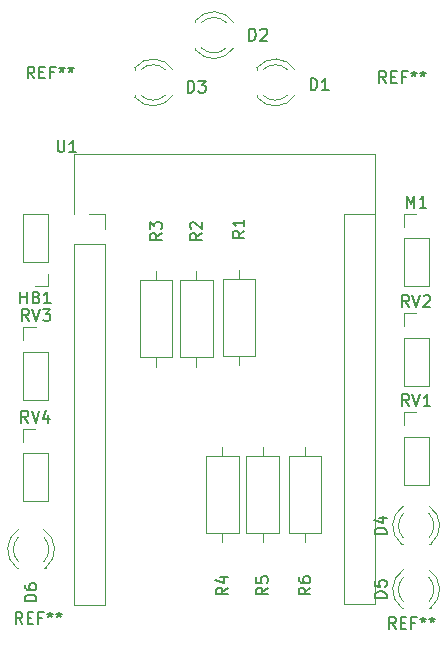
<source format=gbr>
%TF.GenerationSoftware,KiCad,Pcbnew,6.0.9-8da3e8f707~116~ubuntu20.04.1*%
%TF.CreationDate,2022-11-02T01:09:37+01:00*%
%TF.ProjectId,eleonora amianto 28bps,656c656f-6e6f-4726-9120-616d69616e74,rev?*%
%TF.SameCoordinates,Original*%
%TF.FileFunction,Legend,Top*%
%TF.FilePolarity,Positive*%
%FSLAX46Y46*%
G04 Gerber Fmt 4.6, Leading zero omitted, Abs format (unit mm)*
G04 Created by KiCad (PCBNEW 6.0.9-8da3e8f707~116~ubuntu20.04.1) date 2022-11-02 01:09:37*
%MOMM*%
%LPD*%
G01*
G04 APERTURE LIST*
%ADD10C,0.150000*%
%ADD11C,0.120000*%
G04 APERTURE END LIST*
D10*
%TO.C,D2*%
X107861904Y-84652380D02*
X107861904Y-83652380D01*
X108100000Y-83652380D01*
X108242857Y-83700000D01*
X108338095Y-83795238D01*
X108385714Y-83890476D01*
X108433333Y-84080952D01*
X108433333Y-84223809D01*
X108385714Y-84414285D01*
X108338095Y-84509523D01*
X108242857Y-84604761D01*
X108100000Y-84652380D01*
X107861904Y-84652380D01*
X108814285Y-83747619D02*
X108861904Y-83700000D01*
X108957142Y-83652380D01*
X109195238Y-83652380D01*
X109290476Y-83700000D01*
X109338095Y-83747619D01*
X109385714Y-83842857D01*
X109385714Y-83938095D01*
X109338095Y-84080952D01*
X108766666Y-84652380D01*
X109385714Y-84652380D01*
%TO.C,D3*%
X102661904Y-89052380D02*
X102661904Y-88052380D01*
X102900000Y-88052380D01*
X103042857Y-88100000D01*
X103138095Y-88195238D01*
X103185714Y-88290476D01*
X103233333Y-88480952D01*
X103233333Y-88623809D01*
X103185714Y-88814285D01*
X103138095Y-88909523D01*
X103042857Y-89004761D01*
X102900000Y-89052380D01*
X102661904Y-89052380D01*
X103566666Y-88052380D02*
X104185714Y-88052380D01*
X103852380Y-88433333D01*
X103995238Y-88433333D01*
X104090476Y-88480952D01*
X104138095Y-88528571D01*
X104185714Y-88623809D01*
X104185714Y-88861904D01*
X104138095Y-88957142D01*
X104090476Y-89004761D01*
X103995238Y-89052380D01*
X103709523Y-89052380D01*
X103614285Y-89004761D01*
X103566666Y-88957142D01*
%TO.C,D1*%
X113061904Y-88852380D02*
X113061904Y-87852380D01*
X113300000Y-87852380D01*
X113442857Y-87900000D01*
X113538095Y-87995238D01*
X113585714Y-88090476D01*
X113633333Y-88280952D01*
X113633333Y-88423809D01*
X113585714Y-88614285D01*
X113538095Y-88709523D01*
X113442857Y-88804761D01*
X113300000Y-88852380D01*
X113061904Y-88852380D01*
X114585714Y-88852380D02*
X114014285Y-88852380D01*
X114300000Y-88852380D02*
X114300000Y-87852380D01*
X114204761Y-87995238D01*
X114109523Y-88090476D01*
X114014285Y-88138095D01*
%TO.C,R1*%
X107452380Y-100766666D02*
X106976190Y-101100000D01*
X107452380Y-101338095D02*
X106452380Y-101338095D01*
X106452380Y-100957142D01*
X106500000Y-100861904D01*
X106547619Y-100814285D01*
X106642857Y-100766666D01*
X106785714Y-100766666D01*
X106880952Y-100814285D01*
X106928571Y-100861904D01*
X106976190Y-100957142D01*
X106976190Y-101338095D01*
X107452380Y-99814285D02*
X107452380Y-100385714D01*
X107452380Y-100100000D02*
X106452380Y-100100000D01*
X106595238Y-100195238D01*
X106690476Y-100290476D01*
X106738095Y-100385714D01*
%TO.C,R3*%
X100452380Y-100966666D02*
X99976190Y-101300000D01*
X100452380Y-101538095D02*
X99452380Y-101538095D01*
X99452380Y-101157142D01*
X99500000Y-101061904D01*
X99547619Y-101014285D01*
X99642857Y-100966666D01*
X99785714Y-100966666D01*
X99880952Y-101014285D01*
X99928571Y-101061904D01*
X99976190Y-101157142D01*
X99976190Y-101538095D01*
X99452380Y-100633333D02*
X99452380Y-100014285D01*
X99833333Y-100347619D01*
X99833333Y-100204761D01*
X99880952Y-100109523D01*
X99928571Y-100061904D01*
X100023809Y-100014285D01*
X100261904Y-100014285D01*
X100357142Y-100061904D01*
X100404761Y-100109523D01*
X100452380Y-100204761D01*
X100452380Y-100490476D01*
X100404761Y-100585714D01*
X100357142Y-100633333D01*
%TO.C,R4*%
X106052380Y-130966666D02*
X105576190Y-131300000D01*
X106052380Y-131538095D02*
X105052380Y-131538095D01*
X105052380Y-131157142D01*
X105100000Y-131061904D01*
X105147619Y-131014285D01*
X105242857Y-130966666D01*
X105385714Y-130966666D01*
X105480952Y-131014285D01*
X105528571Y-131061904D01*
X105576190Y-131157142D01*
X105576190Y-131538095D01*
X105385714Y-130109523D02*
X106052380Y-130109523D01*
X105004761Y-130347619D02*
X105719047Y-130585714D01*
X105719047Y-129966666D01*
%TO.C,R5*%
X109452380Y-130966666D02*
X108976190Y-131300000D01*
X109452380Y-131538095D02*
X108452380Y-131538095D01*
X108452380Y-131157142D01*
X108500000Y-131061904D01*
X108547619Y-131014285D01*
X108642857Y-130966666D01*
X108785714Y-130966666D01*
X108880952Y-131014285D01*
X108928571Y-131061904D01*
X108976190Y-131157142D01*
X108976190Y-131538095D01*
X108452380Y-130061904D02*
X108452380Y-130538095D01*
X108928571Y-130585714D01*
X108880952Y-130538095D01*
X108833333Y-130442857D01*
X108833333Y-130204761D01*
X108880952Y-130109523D01*
X108928571Y-130061904D01*
X109023809Y-130014285D01*
X109261904Y-130014285D01*
X109357142Y-130061904D01*
X109404761Y-130109523D01*
X109452380Y-130204761D01*
X109452380Y-130442857D01*
X109404761Y-130538095D01*
X109357142Y-130585714D01*
%TO.C,R6*%
X113052380Y-130966666D02*
X112576190Y-131300000D01*
X113052380Y-131538095D02*
X112052380Y-131538095D01*
X112052380Y-131157142D01*
X112100000Y-131061904D01*
X112147619Y-131014285D01*
X112242857Y-130966666D01*
X112385714Y-130966666D01*
X112480952Y-131014285D01*
X112528571Y-131061904D01*
X112576190Y-131157142D01*
X112576190Y-131538095D01*
X112052380Y-130109523D02*
X112052380Y-130300000D01*
X112100000Y-130395238D01*
X112147619Y-130442857D01*
X112290476Y-130538095D01*
X112480952Y-130585714D01*
X112861904Y-130585714D01*
X112957142Y-130538095D01*
X113004761Y-130490476D01*
X113052380Y-130395238D01*
X113052380Y-130204761D01*
X113004761Y-130109523D01*
X112957142Y-130061904D01*
X112861904Y-130014285D01*
X112623809Y-130014285D01*
X112528571Y-130061904D01*
X112480952Y-130109523D01*
X112433333Y-130204761D01*
X112433333Y-130395238D01*
X112480952Y-130490476D01*
X112528571Y-130538095D01*
X112623809Y-130585714D01*
%TO.C,R2*%
X103852380Y-100966666D02*
X103376190Y-101300000D01*
X103852380Y-101538095D02*
X102852380Y-101538095D01*
X102852380Y-101157142D01*
X102900000Y-101061904D01*
X102947619Y-101014285D01*
X103042857Y-100966666D01*
X103185714Y-100966666D01*
X103280952Y-101014285D01*
X103328571Y-101061904D01*
X103376190Y-101157142D01*
X103376190Y-101538095D01*
X102947619Y-100585714D02*
X102900000Y-100538095D01*
X102852380Y-100442857D01*
X102852380Y-100204761D01*
X102900000Y-100109523D01*
X102947619Y-100061904D01*
X103042857Y-100014285D01*
X103138095Y-100014285D01*
X103280952Y-100061904D01*
X103852380Y-100633333D01*
X103852380Y-100014285D01*
%TO.C,D5*%
X119492380Y-131868095D02*
X118492380Y-131868095D01*
X118492380Y-131630000D01*
X118540000Y-131487142D01*
X118635238Y-131391904D01*
X118730476Y-131344285D01*
X118920952Y-131296666D01*
X119063809Y-131296666D01*
X119254285Y-131344285D01*
X119349523Y-131391904D01*
X119444761Y-131487142D01*
X119492380Y-131630000D01*
X119492380Y-131868095D01*
X118492380Y-130391904D02*
X118492380Y-130868095D01*
X118968571Y-130915714D01*
X118920952Y-130868095D01*
X118873333Y-130772857D01*
X118873333Y-130534761D01*
X118920952Y-130439523D01*
X118968571Y-130391904D01*
X119063809Y-130344285D01*
X119301904Y-130344285D01*
X119397142Y-130391904D01*
X119444761Y-130439523D01*
X119492380Y-130534761D01*
X119492380Y-130772857D01*
X119444761Y-130868095D01*
X119397142Y-130915714D01*
%TO.C,D6*%
X89852380Y-132138095D02*
X88852380Y-132138095D01*
X88852380Y-131900000D01*
X88900000Y-131757142D01*
X88995238Y-131661904D01*
X89090476Y-131614285D01*
X89280952Y-131566666D01*
X89423809Y-131566666D01*
X89614285Y-131614285D01*
X89709523Y-131661904D01*
X89804761Y-131757142D01*
X89852380Y-131900000D01*
X89852380Y-132138095D01*
X88852380Y-130709523D02*
X88852380Y-130900000D01*
X88900000Y-130995238D01*
X88947619Y-131042857D01*
X89090476Y-131138095D01*
X89280952Y-131185714D01*
X89661904Y-131185714D01*
X89757142Y-131138095D01*
X89804761Y-131090476D01*
X89852380Y-130995238D01*
X89852380Y-130804761D01*
X89804761Y-130709523D01*
X89757142Y-130661904D01*
X89661904Y-130614285D01*
X89423809Y-130614285D01*
X89328571Y-130661904D01*
X89280952Y-130709523D01*
X89233333Y-130804761D01*
X89233333Y-130995238D01*
X89280952Y-131090476D01*
X89328571Y-131138095D01*
X89423809Y-131185714D01*
%TO.C,REF\u002A\u002A*%
X88666666Y-134052380D02*
X88333333Y-133576190D01*
X88095238Y-134052380D02*
X88095238Y-133052380D01*
X88476190Y-133052380D01*
X88571428Y-133100000D01*
X88619047Y-133147619D01*
X88666666Y-133242857D01*
X88666666Y-133385714D01*
X88619047Y-133480952D01*
X88571428Y-133528571D01*
X88476190Y-133576190D01*
X88095238Y-133576190D01*
X89095238Y-133528571D02*
X89428571Y-133528571D01*
X89571428Y-134052380D02*
X89095238Y-134052380D01*
X89095238Y-133052380D01*
X89571428Y-133052380D01*
X90333333Y-133528571D02*
X90000000Y-133528571D01*
X90000000Y-134052380D02*
X90000000Y-133052380D01*
X90476190Y-133052380D01*
X91000000Y-133052380D02*
X91000000Y-133290476D01*
X90761904Y-133195238D02*
X91000000Y-133290476D01*
X91238095Y-133195238D01*
X90857142Y-133480952D02*
X91000000Y-133290476D01*
X91142857Y-133480952D01*
X91761904Y-133052380D02*
X91761904Y-133290476D01*
X91523809Y-133195238D02*
X91761904Y-133290476D01*
X92000000Y-133195238D01*
X91619047Y-133480952D02*
X91761904Y-133290476D01*
X91904761Y-133480952D01*
%TO.C,RV4*%
X89154761Y-116992380D02*
X88821428Y-116516190D01*
X88583333Y-116992380D02*
X88583333Y-115992380D01*
X88964285Y-115992380D01*
X89059523Y-116040000D01*
X89107142Y-116087619D01*
X89154761Y-116182857D01*
X89154761Y-116325714D01*
X89107142Y-116420952D01*
X89059523Y-116468571D01*
X88964285Y-116516190D01*
X88583333Y-116516190D01*
X89440476Y-115992380D02*
X89773809Y-116992380D01*
X90107142Y-115992380D01*
X90869047Y-116325714D02*
X90869047Y-116992380D01*
X90630952Y-115944761D02*
X90392857Y-116659047D01*
X91011904Y-116659047D01*
%TO.C,M1*%
X121190476Y-98792380D02*
X121190476Y-97792380D01*
X121523809Y-98506666D01*
X121857142Y-97792380D01*
X121857142Y-98792380D01*
X122857142Y-98792380D02*
X122285714Y-98792380D01*
X122571428Y-98792380D02*
X122571428Y-97792380D01*
X122476190Y-97935238D01*
X122380952Y-98030476D01*
X122285714Y-98078095D01*
%TO.C,RV1*%
X121404761Y-115592380D02*
X121071428Y-115116190D01*
X120833333Y-115592380D02*
X120833333Y-114592380D01*
X121214285Y-114592380D01*
X121309523Y-114640000D01*
X121357142Y-114687619D01*
X121404761Y-114782857D01*
X121404761Y-114925714D01*
X121357142Y-115020952D01*
X121309523Y-115068571D01*
X121214285Y-115116190D01*
X120833333Y-115116190D01*
X121690476Y-114592380D02*
X122023809Y-115592380D01*
X122357142Y-114592380D01*
X123214285Y-115592380D02*
X122642857Y-115592380D01*
X122928571Y-115592380D02*
X122928571Y-114592380D01*
X122833333Y-114735238D01*
X122738095Y-114830476D01*
X122642857Y-114878095D01*
%TO.C,HB1*%
X88488095Y-106912380D02*
X88488095Y-105912380D01*
X88488095Y-106388571D02*
X89059523Y-106388571D01*
X89059523Y-106912380D02*
X89059523Y-105912380D01*
X89869047Y-106388571D02*
X90011904Y-106436190D01*
X90059523Y-106483809D01*
X90107142Y-106579047D01*
X90107142Y-106721904D01*
X90059523Y-106817142D01*
X90011904Y-106864761D01*
X89916666Y-106912380D01*
X89535714Y-106912380D01*
X89535714Y-105912380D01*
X89869047Y-105912380D01*
X89964285Y-105960000D01*
X90011904Y-106007619D01*
X90059523Y-106102857D01*
X90059523Y-106198095D01*
X90011904Y-106293333D01*
X89964285Y-106340952D01*
X89869047Y-106388571D01*
X89535714Y-106388571D01*
X91059523Y-106912380D02*
X90488095Y-106912380D01*
X90773809Y-106912380D02*
X90773809Y-105912380D01*
X90678571Y-106055238D01*
X90583333Y-106150476D01*
X90488095Y-106198095D01*
%TO.C,REF\u002A\u002A*%
X120266666Y-134452380D02*
X119933333Y-133976190D01*
X119695238Y-134452380D02*
X119695238Y-133452380D01*
X120076190Y-133452380D01*
X120171428Y-133500000D01*
X120219047Y-133547619D01*
X120266666Y-133642857D01*
X120266666Y-133785714D01*
X120219047Y-133880952D01*
X120171428Y-133928571D01*
X120076190Y-133976190D01*
X119695238Y-133976190D01*
X120695238Y-133928571D02*
X121028571Y-133928571D01*
X121171428Y-134452380D02*
X120695238Y-134452380D01*
X120695238Y-133452380D01*
X121171428Y-133452380D01*
X121933333Y-133928571D02*
X121600000Y-133928571D01*
X121600000Y-134452380D02*
X121600000Y-133452380D01*
X122076190Y-133452380D01*
X122600000Y-133452380D02*
X122600000Y-133690476D01*
X122361904Y-133595238D02*
X122600000Y-133690476D01*
X122838095Y-133595238D01*
X122457142Y-133880952D02*
X122600000Y-133690476D01*
X122742857Y-133880952D01*
X123361904Y-133452380D02*
X123361904Y-133690476D01*
X123123809Y-133595238D02*
X123361904Y-133690476D01*
X123600000Y-133595238D01*
X123219047Y-133880952D02*
X123361904Y-133690476D01*
X123504761Y-133880952D01*
%TO.C,RV3*%
X89204761Y-108392380D02*
X88871428Y-107916190D01*
X88633333Y-108392380D02*
X88633333Y-107392380D01*
X89014285Y-107392380D01*
X89109523Y-107440000D01*
X89157142Y-107487619D01*
X89204761Y-107582857D01*
X89204761Y-107725714D01*
X89157142Y-107820952D01*
X89109523Y-107868571D01*
X89014285Y-107916190D01*
X88633333Y-107916190D01*
X89490476Y-107392380D02*
X89823809Y-108392380D01*
X90157142Y-107392380D01*
X90395238Y-107392380D02*
X91014285Y-107392380D01*
X90680952Y-107773333D01*
X90823809Y-107773333D01*
X90919047Y-107820952D01*
X90966666Y-107868571D01*
X91014285Y-107963809D01*
X91014285Y-108201904D01*
X90966666Y-108297142D01*
X90919047Y-108344761D01*
X90823809Y-108392380D01*
X90538095Y-108392380D01*
X90442857Y-108344761D01*
X90395238Y-108297142D01*
%TO.C,REF\u002A\u002A*%
X89666666Y-87852380D02*
X89333333Y-87376190D01*
X89095238Y-87852380D02*
X89095238Y-86852380D01*
X89476190Y-86852380D01*
X89571428Y-86900000D01*
X89619047Y-86947619D01*
X89666666Y-87042857D01*
X89666666Y-87185714D01*
X89619047Y-87280952D01*
X89571428Y-87328571D01*
X89476190Y-87376190D01*
X89095238Y-87376190D01*
X90095238Y-87328571D02*
X90428571Y-87328571D01*
X90571428Y-87852380D02*
X90095238Y-87852380D01*
X90095238Y-86852380D01*
X90571428Y-86852380D01*
X91333333Y-87328571D02*
X91000000Y-87328571D01*
X91000000Y-87852380D02*
X91000000Y-86852380D01*
X91476190Y-86852380D01*
X92000000Y-86852380D02*
X92000000Y-87090476D01*
X91761904Y-86995238D02*
X92000000Y-87090476D01*
X92238095Y-86995238D01*
X91857142Y-87280952D02*
X92000000Y-87090476D01*
X92142857Y-87280952D01*
X92761904Y-86852380D02*
X92761904Y-87090476D01*
X92523809Y-86995238D02*
X92761904Y-87090476D01*
X93000000Y-86995238D01*
X92619047Y-87280952D02*
X92761904Y-87090476D01*
X92904761Y-87280952D01*
%TO.C,U1*%
X91648095Y-93087380D02*
X91648095Y-93896904D01*
X91695714Y-93992142D01*
X91743333Y-94039761D01*
X91838571Y-94087380D01*
X92029047Y-94087380D01*
X92124285Y-94039761D01*
X92171904Y-93992142D01*
X92219523Y-93896904D01*
X92219523Y-93087380D01*
X93219523Y-94087380D02*
X92648095Y-94087380D01*
X92933809Y-94087380D02*
X92933809Y-93087380D01*
X92838571Y-93230238D01*
X92743333Y-93325476D01*
X92648095Y-93373095D01*
%TO.C,D4*%
X119492380Y-126468095D02*
X118492380Y-126468095D01*
X118492380Y-126230000D01*
X118540000Y-126087142D01*
X118635238Y-125991904D01*
X118730476Y-125944285D01*
X118920952Y-125896666D01*
X119063809Y-125896666D01*
X119254285Y-125944285D01*
X119349523Y-125991904D01*
X119444761Y-126087142D01*
X119492380Y-126230000D01*
X119492380Y-126468095D01*
X118825714Y-125039523D02*
X119492380Y-125039523D01*
X118444761Y-125277619D02*
X119159047Y-125515714D01*
X119159047Y-124896666D01*
%TO.C,RV2*%
X121404761Y-107192380D02*
X121071428Y-106716190D01*
X120833333Y-107192380D02*
X120833333Y-106192380D01*
X121214285Y-106192380D01*
X121309523Y-106240000D01*
X121357142Y-106287619D01*
X121404761Y-106382857D01*
X121404761Y-106525714D01*
X121357142Y-106620952D01*
X121309523Y-106668571D01*
X121214285Y-106716190D01*
X120833333Y-106716190D01*
X121690476Y-106192380D02*
X122023809Y-107192380D01*
X122357142Y-106192380D01*
X122642857Y-106287619D02*
X122690476Y-106240000D01*
X122785714Y-106192380D01*
X123023809Y-106192380D01*
X123119047Y-106240000D01*
X123166666Y-106287619D01*
X123214285Y-106382857D01*
X123214285Y-106478095D01*
X123166666Y-106620952D01*
X122595238Y-107192380D01*
X123214285Y-107192380D01*
%TO.C,REF\u002A\u002A*%
X119466666Y-88252380D02*
X119133333Y-87776190D01*
X118895238Y-88252380D02*
X118895238Y-87252380D01*
X119276190Y-87252380D01*
X119371428Y-87300000D01*
X119419047Y-87347619D01*
X119466666Y-87442857D01*
X119466666Y-87585714D01*
X119419047Y-87680952D01*
X119371428Y-87728571D01*
X119276190Y-87776190D01*
X118895238Y-87776190D01*
X119895238Y-87728571D02*
X120228571Y-87728571D01*
X120371428Y-88252380D02*
X119895238Y-88252380D01*
X119895238Y-87252380D01*
X120371428Y-87252380D01*
X121133333Y-87728571D02*
X120800000Y-87728571D01*
X120800000Y-88252380D02*
X120800000Y-87252380D01*
X121276190Y-87252380D01*
X121800000Y-87252380D02*
X121800000Y-87490476D01*
X121561904Y-87395238D02*
X121800000Y-87490476D01*
X122038095Y-87395238D01*
X121657142Y-87680952D02*
X121800000Y-87490476D01*
X121942857Y-87680952D01*
X122561904Y-87252380D02*
X122561904Y-87490476D01*
X122323809Y-87395238D02*
X122561904Y-87490476D01*
X122800000Y-87395238D01*
X122419047Y-87680952D02*
X122561904Y-87490476D01*
X122704761Y-87680952D01*
D11*
%TO.C,D2*%
X103310000Y-82964000D02*
X103310000Y-83120000D01*
X103310000Y-85280000D02*
X103310000Y-85436000D01*
X105911130Y-83120163D02*
G75*
G03*
X103829039Y-83120000I-1041130J-1079837D01*
G01*
X103310000Y-85435516D02*
G75*
G03*
X106542335Y-85278608I1560000J1235516D01*
G01*
X103829039Y-85280000D02*
G75*
G03*
X105911130Y-85279837I1040961J1080000D01*
G01*
X106542335Y-83121392D02*
G75*
G03*
X103310000Y-82964484I-1672335J-1078608D01*
G01*
%TO.C,D3*%
X98170000Y-86964000D02*
X98170000Y-87120000D01*
X98170000Y-89280000D02*
X98170000Y-89436000D01*
X100771130Y-87120163D02*
G75*
G03*
X98689039Y-87120000I-1041130J-1079837D01*
G01*
X98170000Y-89435516D02*
G75*
G03*
X101402335Y-89278608I1560000J1235516D01*
G01*
X98689039Y-89280000D02*
G75*
G03*
X100771130Y-89279837I1040961J1080000D01*
G01*
X101402335Y-87121392D02*
G75*
G03*
X98170000Y-86964484I-1672335J-1078608D01*
G01*
%TO.C,D1*%
X108510000Y-86964000D02*
X108510000Y-87120000D01*
X108510000Y-89280000D02*
X108510000Y-89436000D01*
X111111130Y-87120163D02*
G75*
G03*
X109029039Y-87120000I-1041130J-1079837D01*
G01*
X108510000Y-89435516D02*
G75*
G03*
X111742335Y-89278608I1560000J1235516D01*
G01*
X109029039Y-89280000D02*
G75*
G03*
X111111130Y-89279837I1040961J1080000D01*
G01*
X111742335Y-87121392D02*
G75*
G03*
X108510000Y-86964484I-1672335J-1078608D01*
G01*
%TO.C,R1*%
X107000000Y-104080000D02*
X107000000Y-104850000D01*
X107000000Y-112160000D02*
X107000000Y-111390000D01*
X105630000Y-111390000D02*
X108370000Y-111390000D01*
X108370000Y-104850000D02*
X105630000Y-104850000D01*
X108370000Y-111390000D02*
X108370000Y-104850000D01*
X105630000Y-104850000D02*
X105630000Y-111390000D01*
%TO.C,R3*%
X100000000Y-104170000D02*
X100000000Y-104940000D01*
X100000000Y-112250000D02*
X100000000Y-111480000D01*
X98630000Y-111480000D02*
X101370000Y-111480000D01*
X101370000Y-104940000D02*
X98630000Y-104940000D01*
X101370000Y-111480000D02*
X101370000Y-104940000D01*
X98630000Y-104940000D02*
X98630000Y-111480000D01*
%TO.C,R4*%
X105600000Y-127120000D02*
X105600000Y-126350000D01*
X105600000Y-119040000D02*
X105600000Y-119810000D01*
X106970000Y-119810000D02*
X104230000Y-119810000D01*
X104230000Y-126350000D02*
X106970000Y-126350000D01*
X104230000Y-119810000D02*
X104230000Y-126350000D01*
X106970000Y-126350000D02*
X106970000Y-119810000D01*
%TO.C,R5*%
X109000000Y-127120000D02*
X109000000Y-126350000D01*
X109000000Y-119040000D02*
X109000000Y-119810000D01*
X110370000Y-119810000D02*
X107630000Y-119810000D01*
X107630000Y-126350000D02*
X110370000Y-126350000D01*
X107630000Y-119810000D02*
X107630000Y-126350000D01*
X110370000Y-126350000D02*
X110370000Y-119810000D01*
%TO.C,R6*%
X112600000Y-127120000D02*
X112600000Y-126350000D01*
X112600000Y-119040000D02*
X112600000Y-119810000D01*
X113970000Y-119810000D02*
X111230000Y-119810000D01*
X111230000Y-126350000D02*
X113970000Y-126350000D01*
X111230000Y-119810000D02*
X111230000Y-126350000D01*
X113970000Y-126350000D02*
X113970000Y-119810000D01*
%TO.C,R2*%
X103400000Y-104170000D02*
X103400000Y-104940000D01*
X103400000Y-112250000D02*
X103400000Y-111480000D01*
X102030000Y-111480000D02*
X104770000Y-111480000D01*
X104770000Y-104940000D02*
X102030000Y-104940000D01*
X104770000Y-111480000D02*
X104770000Y-104940000D01*
X102030000Y-104940000D02*
X102030000Y-111480000D01*
%TO.C,D5*%
X123080000Y-132690000D02*
X123236000Y-132690000D01*
X120764000Y-132690000D02*
X120920000Y-132690000D01*
X120921392Y-129457665D02*
G75*
G03*
X120764484Y-132690000I1078608J-1672335D01*
G01*
X123235516Y-132690000D02*
G75*
G03*
X123078608Y-129457665I-1235516J1560000D01*
G01*
X123080000Y-132170961D02*
G75*
G03*
X123079837Y-130088870I-1080000J1040961D01*
G01*
X120920163Y-130088870D02*
G75*
G03*
X120920000Y-132170961I1079837J-1041130D01*
G01*
%TO.C,D6*%
X90480000Y-129290000D02*
X90636000Y-129290000D01*
X88164000Y-129290000D02*
X88320000Y-129290000D01*
X88320163Y-126688870D02*
G75*
G03*
X88320000Y-128770961I1079837J-1041130D01*
G01*
X90635516Y-129290000D02*
G75*
G03*
X90478608Y-126057665I-1235516J1560000D01*
G01*
X88321392Y-126057665D02*
G75*
G03*
X88164484Y-129290000I1078608J-1672335D01*
G01*
X90480000Y-128770961D02*
G75*
G03*
X90479837Y-126688870I-1080000J1040961D01*
G01*
%TO.C,RV4*%
X88690000Y-123660000D02*
X90810000Y-123660000D01*
X88690000Y-118600000D02*
X88690000Y-117540000D01*
X88690000Y-119600000D02*
X88690000Y-123660000D01*
X88690000Y-117540000D02*
X89750000Y-117540000D01*
X88690000Y-119600000D02*
X90810000Y-119600000D01*
X90810000Y-119600000D02*
X90810000Y-123660000D01*
%TO.C,M1*%
X120940000Y-101400000D02*
X123060000Y-101400000D01*
X120940000Y-105460000D02*
X123060000Y-105460000D01*
X120940000Y-100400000D02*
X120940000Y-99340000D01*
X120940000Y-99340000D02*
X122000000Y-99340000D01*
X123060000Y-101400000D02*
X123060000Y-105460000D01*
X120940000Y-101400000D02*
X120940000Y-105460000D01*
%TO.C,RV1*%
X120940000Y-116140000D02*
X122000000Y-116140000D01*
X120940000Y-117200000D02*
X120940000Y-116140000D01*
X123060000Y-118200000D02*
X123060000Y-122260000D01*
X120940000Y-122260000D02*
X123060000Y-122260000D01*
X120940000Y-118200000D02*
X120940000Y-122260000D01*
X120940000Y-118200000D02*
X123060000Y-118200000D01*
%TO.C,HB1*%
X90810000Y-99340000D02*
X88690000Y-99340000D01*
X90810000Y-103400000D02*
X88690000Y-103400000D01*
X90810000Y-105460000D02*
X89750000Y-105460000D01*
X90810000Y-104400000D02*
X90810000Y-105460000D01*
X90810000Y-103400000D02*
X90810000Y-99340000D01*
X88690000Y-103400000D02*
X88690000Y-99340000D01*
%TO.C,RV3*%
X88740000Y-111000000D02*
X90860000Y-111000000D01*
X88740000Y-108940000D02*
X89800000Y-108940000D01*
X88740000Y-115060000D02*
X90860000Y-115060000D01*
X88740000Y-111000000D02*
X88740000Y-115060000D01*
X88740000Y-110000000D02*
X88740000Y-108940000D01*
X90860000Y-111000000D02*
X90860000Y-115060000D01*
%TO.C,U1*%
X115870000Y-132385000D02*
X115870000Y-99305000D01*
X95670000Y-99305000D02*
X95670000Y-100635000D01*
X118530000Y-132385000D02*
X115870000Y-132385000D01*
X118530000Y-99305000D02*
X115870000Y-99305000D01*
X94340000Y-99305000D02*
X95670000Y-99305000D01*
X118530000Y-99305000D02*
X118530000Y-94295000D01*
X95670000Y-101905000D02*
X95670000Y-132445000D01*
X118530000Y-132385000D02*
X118530000Y-99305000D01*
X93010000Y-101905000D02*
X95670000Y-101905000D01*
X93010000Y-132445000D02*
X95670000Y-132445000D01*
X93010000Y-101905000D02*
X93010000Y-132445000D01*
X93070000Y-99365000D02*
X93070000Y-94285000D01*
X93070000Y-94285000D02*
X118530000Y-94285000D01*
%TO.C,D4*%
X123080000Y-127290000D02*
X123236000Y-127290000D01*
X120764000Y-127290000D02*
X120920000Y-127290000D01*
X123080000Y-126770961D02*
G75*
G03*
X123079837Y-124688870I-1080000J1040961D01*
G01*
X123235516Y-127290000D02*
G75*
G03*
X123078608Y-124057665I-1235516J1560000D01*
G01*
X120920163Y-124688870D02*
G75*
G03*
X120920000Y-126770961I1079837J-1041130D01*
G01*
X120921392Y-124057665D02*
G75*
G03*
X120764484Y-127290000I1078608J-1672335D01*
G01*
%TO.C,RV2*%
X120940000Y-107740000D02*
X122000000Y-107740000D01*
X120940000Y-109800000D02*
X120940000Y-113860000D01*
X120940000Y-109800000D02*
X123060000Y-109800000D01*
X123060000Y-109800000D02*
X123060000Y-113860000D01*
X120940000Y-113860000D02*
X123060000Y-113860000D01*
X120940000Y-108800000D02*
X120940000Y-107740000D01*
%TD*%
M02*

</source>
